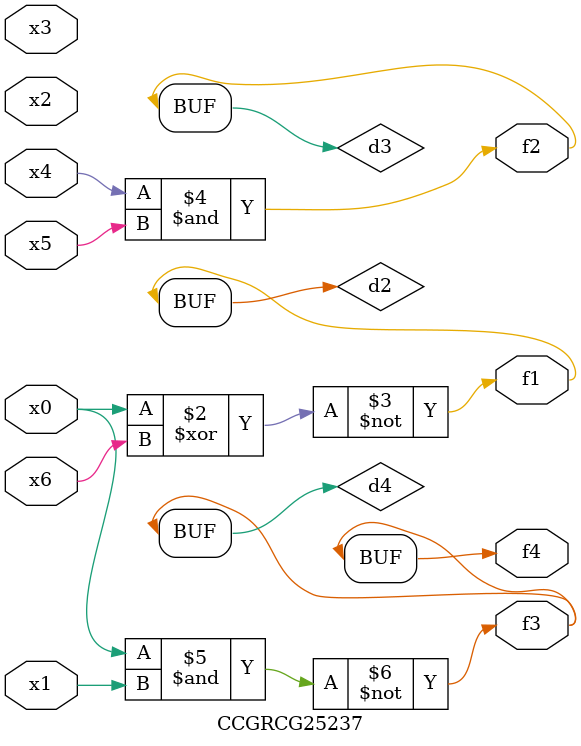
<source format=v>
module CCGRCG25237(
	input x0, x1, x2, x3, x4, x5, x6,
	output f1, f2, f3, f4
);

	wire d1, d2, d3, d4;

	nor (d1, x0);
	xnor (d2, x0, x6);
	and (d3, x4, x5);
	nand (d4, x0, x1);
	assign f1 = d2;
	assign f2 = d3;
	assign f3 = d4;
	assign f4 = d4;
endmodule

</source>
